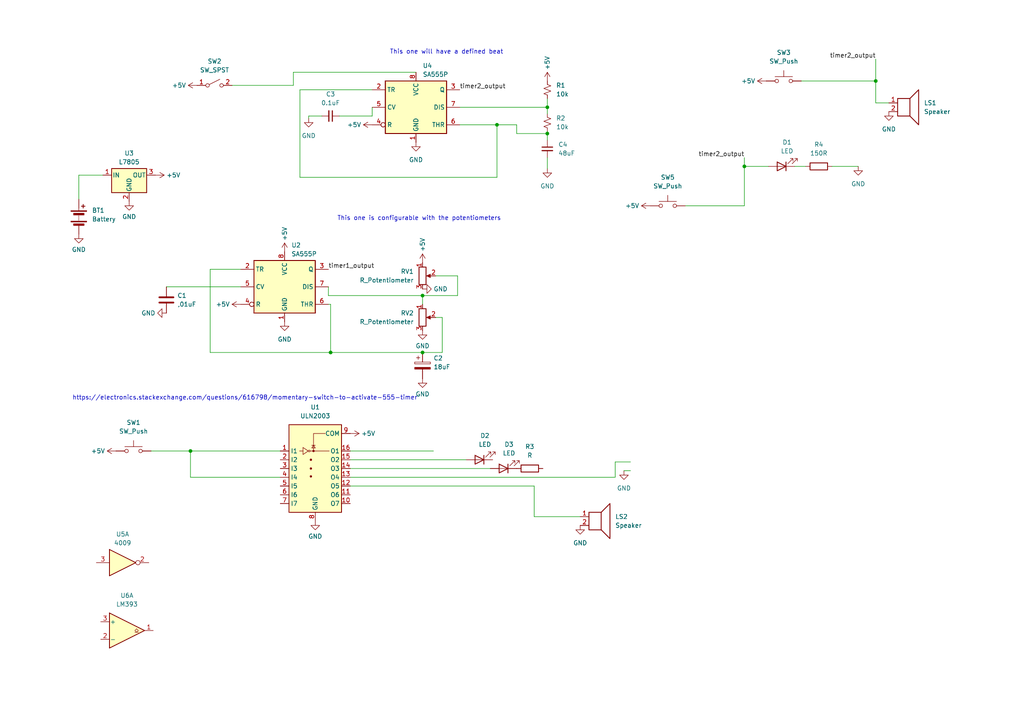
<source format=kicad_sch>
(kicad_sch (version 20230121) (generator eeschema)
  (paper "A4")
  (lib_symbols
    (symbol "4xxx:4009" (pin_names (offset 1.016))
      (property "Reference" "U" (at 0 1.27 0))
      (property "Value" "4009" (at 0 -1.27 0))
      (symbol "4009_1_0"
        (polyline (pts (xy -3.81 3.81) (xy -3.81 -3.81) (xy 3.81 0) (xy -3.81 3.81)) (stroke (width 0.254)) (fill (type background)))
        (pin output inverted (at 7.62 0 180) (length 3.81) (name "~") (number "2"))
        (pin input line (at -7.62 0 0) (length 3.81) (name "~") (number "3"))
      )
      (symbol "4009_2_0"
        (polyline (pts (xy -3.81 3.81) (xy -3.81 -3.81) (xy 3.81 0) (xy -3.81 3.81)) (stroke (width 0.254)) (fill (type background)))
        (pin output inverted (at 7.62 0 180) (length 3.81) (name "~") (number "4"))
        (pin input line (at -7.62 0 0) (length 3.81) (name "~") (number "5"))
      )
      (symbol "4009_3_0"
        (polyline (pts (xy -3.81 3.81) (xy -3.81 -3.81) (xy 3.81 0) (xy -3.81 3.81)) (stroke (width 0.254)) (fill (type background)))
        (pin output inverted (at 7.62 0 180) (length 3.81) (name "~") (number "6"))
        (pin input line (at -7.62 0 0) (length 3.81) (name "~") (number "7"))
      )
      (symbol "4009_4_0"
        (polyline (pts (xy -3.81 3.81) (xy -3.81 -3.81) (xy 3.81 0) (xy -3.81 3.81)) (stroke (width 0.254)) (fill (type background)))
        (pin output inverted (at 7.62 0 180) (length 3.81) (name "~") (number "10"))
        (pin input line (at -7.62 0 0) (length 3.81) (name "~") (number "9"))
      )
      (symbol "4009_5_0"
        (polyline (pts (xy -3.81 3.81) (xy -3.81 -3.81) (xy 3.81 0) (xy -3.81 3.81)) (stroke (width 0.254)) (fill (type background)))
        (pin input line (at -7.62 0 0) (length 3.81) (name "~") (number "11"))
        (pin output inverted (at 7.62 0 180) (length 3.81) (name "~") (number "12"))
      )
      (symbol "4009_6_0"
        (polyline (pts (xy -3.81 3.81) (xy -3.81 -3.81) (xy 3.81 0) (xy -3.81 3.81)) (stroke (width 0.254)) (fill (type background)))
        (pin input line (at -7.62 0 0) (length 3.81) (name "~") (number "14"))
        (pin output inverted (at 7.62 0 180) (length 3.81) (name "~") (number "15"))
      )
      (symbol "4009_7_0"
        (pin power_in line (at 2.54 12.7 270) (length 5.08) (name "VCC") (number "1"))
        (pin power_in line (at -2.54 12.7 270) (length 5.08) (name "VDD") (number "16"))
        (pin power_in line (at 0 -12.7 90) (length 5.08) (name "VSS") (number "8"))
      )
      (symbol "4009_7_1"
        (rectangle (start -5.08 7.62) (end 5.08 -7.62) (stroke (width 0.254)) (fill (type background)))
      )
    )
    (symbol "Comparator:LM393" (pin_names (offset 0.127))
      (property "Reference" "U" (at 3.81 3.81 0))
      (property "Value" "LM393" (at 6.35 -3.81 0))
      (symbol "LM393_1_1"
        (polyline (pts (xy -5.08 5.08) (xy 5.08 0) (xy -5.08 -5.08) (xy -5.08 5.08)) (stroke (width 0.254)) (fill (type background)))
        (polyline (pts (xy 3.302 -0.508) (xy 2.794 -0.508) (xy 3.302 0) (xy 2.794 0.508) (xy 2.286 0) (xy 2.794 -0.508) (xy 2.286 -0.508)) (stroke (width 0.127)))
        (pin open_collector line (at 7.62 0 180) (length 2.54) (name "~") (number "1"))
        (pin input line (at -7.62 -2.54 0) (length 2.54) (name "-") (number "2"))
        (pin input line (at -7.62 2.54 0) (length 2.54) (name "+") (number "3"))
      )
      (symbol "LM393_2_1"
        (polyline (pts (xy -5.08 5.08) (xy 5.08 0) (xy -5.08 -5.08) (xy -5.08 5.08)) (stroke (width 0.254)) (fill (type background)))
        (polyline (pts (xy 3.302 -0.508) (xy 2.794 -0.508) (xy 3.302 0) (xy 2.794 0.508) (xy 2.286 0) (xy 2.794 -0.508) (xy 2.286 -0.508)) (stroke (width 0.127)))
        (pin input line (at -7.62 2.54 0) (length 2.54) (name "+") (number "5"))
        (pin input line (at -7.62 -2.54 0) (length 2.54) (name "-") (number "6"))
        (pin open_collector line (at 7.62 0 180) (length 2.54) (name "~") (number "7"))
      )
      (symbol "LM393_3_1"
        (pin power_in line (at -2.54 -7.62 90) (length 3.81) (name "V-") (number "4"))
        (pin power_in line (at -2.54 7.62 270) (length 3.81) (name "V+") (number "8"))
      )
    )
    (symbol "Device:Battery" (pin_numbers hide) (pin_names (offset 0) hide)
      (property "Reference" "BT" (at 2.54 2.54 0))
      (property "Value" "Battery" (at 2.54 0 0))
      (symbol "Battery_0_1"
        (rectangle (start -2.286 -1.27) (end 2.286 -1.524) (fill (type outline)))
        (rectangle (start -2.286 1.778) (end 2.286 1.524) (fill (type outline)))
        (rectangle (start -1.524 -2.032) (end 1.524 -2.54) (fill (type outline)))
        (rectangle (start -1.524 1.016) (end 1.524 0.508) (fill (type outline)))
        (polyline (pts (xy 0 -1.016) (xy 0 -0.762)))
        (polyline (pts (xy 0 -0.508) (xy 0 -0.254)))
        (polyline (pts (xy 0 0) (xy 0 0.254)))
        (polyline (pts (xy 0 1.778) (xy 0 2.54)))
        (polyline (pts (xy 0.762 3.048) (xy 1.778 3.048)) (stroke (width 0.254)))
        (polyline (pts (xy 1.27 3.556) (xy 1.27 2.54)) (stroke (width 0.254)))
      )
      (symbol "Battery_1_1"
        (pin passive line (at 0 5.08 270) (length 2.54) (name "+") (number "1"))
        (pin passive line (at 0 -5.08 90) (length 2.54) (name "-") (number "2"))
      )
    )
    (symbol "Device:C" (pin_numbers hide) (pin_names (offset 0.254))
      (property "Reference" "C" (at 0.635 2.54 0))
      (property "Value" "C" (at 0.635 -2.54 0))
      (symbol "C_0_1"
        (polyline (pts (xy -2.032 -0.762) (xy 2.032 -0.762)) (stroke (width 0.508)))
        (polyline (pts (xy -2.032 0.762) (xy 2.032 0.762)) (stroke (width 0.508)))
      )
      (symbol "C_1_1"
        (pin passive line (at 0 3.81 270) (length 2.794) (name "~") (number "1"))
        (pin passive line (at 0 -3.81 90) (length 2.794) (name "~") (number "2"))
      )
    )
    (symbol "Device:C_Polarized" (pin_numbers hide) (pin_names (offset 0.254))
      (property "Reference" "C" (at 0.635 2.54 0))
      (property "Value" "C_Polarized" (at 0.635 -2.54 0))
      (symbol "C_Polarized_0_1"
        (rectangle (start -2.286 0.508) (end 2.286 1.016))
        (polyline (pts (xy -1.778 2.286) (xy -0.762 2.286)))
        (polyline (pts (xy -1.27 2.794) (xy -1.27 1.778)))
        (rectangle (start 2.286 -0.508) (end -2.286 -1.016) (fill (type outline)))
      )
      (symbol "C_Polarized_1_1"
        (pin passive line (at 0 3.81 270) (length 2.794) (name "~") (number "1"))
        (pin passive line (at 0 -3.81 90) (length 2.794) (name "~") (number "2"))
      )
    )
    (symbol "Device:C_Small" (pin_numbers hide) (pin_names (offset 0.254) hide)
      (property "Reference" "C" (at 0.254 1.778 0))
      (property "Value" "C_Small" (at 0.254 -2.032 0))
      (symbol "C_Small_0_1"
        (polyline (pts (xy -1.524 -0.508) (xy 1.524 -0.508)) (stroke (width 0.3302)))
        (polyline (pts (xy -1.524 0.508) (xy 1.524 0.508)) (stroke (width 0.3048)))
      )
      (symbol "C_Small_1_1"
        (pin passive line (at 0 2.54 270) (length 2.032) (name "~") (number "1"))
        (pin passive line (at 0 -2.54 90) (length 2.032) (name "~") (number "2"))
      )
    )
    (symbol "Device:LED" (pin_numbers hide) (pin_names (offset 1.016) hide)
      (property "Reference" "D" (at 0 2.54 0))
      (property "Value" "LED" (at 0 -2.54 0))
      (symbol "LED_0_1"
        (polyline (pts (xy -1.27 -1.27) (xy -1.27 1.27)) (stroke (width 0.254)))
        (polyline (pts (xy -1.27 0) (xy 1.27 0)))
        (polyline (pts (xy 1.27 -1.27) (xy 1.27 1.27) (xy -1.27 0) (xy 1.27 -1.27)) (stroke (width 0.254)))
        (polyline (pts (xy -3.048 -0.762) (xy -4.572 -2.286) (xy -3.81 -2.286) (xy -4.572 -2.286) (xy -4.572 -1.524)))
        (polyline (pts (xy -1.778 -0.762) (xy -3.302 -2.286) (xy -2.54 -2.286) (xy -3.302 -2.286) (xy -3.302 -1.524)))
      )
      (symbol "LED_1_1"
        (pin passive line (at -3.81 0 0) (length 2.54) (name "K") (number "1"))
        (pin passive line (at 3.81 0 180) (length 2.54) (name "A") (number "2"))
      )
    )
    (symbol "Device:R" (pin_numbers hide) (pin_names (offset 0))
      (property "Reference" "R" (at 2.032 0 90))
      (property "Value" "R" (at 0 0 90))
      (symbol "R_0_1"
        (rectangle (start -1.016 -2.54) (end 1.016 2.54) (stroke (width 0.254)))
      )
      (symbol "R_1_1"
        (pin passive line (at 0 3.81 270) (length 1.27) (name "~") (number "1"))
        (pin passive line (at 0 -3.81 90) (length 1.27) (name "~") (number "2"))
      )
    )
    (symbol "Device:R_Potentiometer" (pin_names (offset 1.016) hide)
      (property "Reference" "RV" (at -4.445 0 90))
      (property "Value" "R_Potentiometer" (at -2.54 0 90))
      (symbol "R_Potentiometer_0_1"
        (polyline (pts (xy 2.54 0) (xy 1.524 0)))
        (polyline (pts (xy 1.143 0) (xy 2.286 0.508) (xy 2.286 -0.508) (xy 1.143 0)) (fill (type outline)))
        (rectangle (start 1.016 2.54) (end -1.016 -2.54) (stroke (width 0.254)))
      )
      (symbol "R_Potentiometer_1_1"
        (pin passive line (at 0 3.81 270) (length 1.27) (name "1") (number "1"))
        (pin passive line (at 3.81 0 180) (length 1.27) (name "2") (number "2"))
        (pin passive line (at 0 -3.81 90) (length 1.27) (name "3") (number "3"))
      )
    )
    (symbol "Device:R_Small_US" (pin_numbers hide) (pin_names (offset 0.254) hide)
      (property "Reference" "R" (at 0.762 0.508 0))
      (property "Value" "R_Small_US" (at 0.762 -1.016 0))
      (symbol "R_Small_US_1_1"
        (polyline (pts (xy 0 0) (xy 1.016 -0.381) (xy 0 -0.762) (xy -1.016 -1.143) (xy 0 -1.524)))
        (polyline (pts (xy 0 1.524) (xy 1.016 1.143) (xy 0 0.762) (xy -1.016 0.381) (xy 0 0)))
        (pin passive line (at 0 2.54 270) (length 1.016) (name "~") (number "1"))
        (pin passive line (at 0 -2.54 90) (length 1.016) (name "~") (number "2"))
      )
    )
    (symbol "Device:Speaker" (pin_names (offset 0) hide)
      (property "Reference" "LS" (at 1.27 5.715 0))
      (property "Value" "Speaker" (at 1.27 3.81 0))
      (symbol "Speaker_0_0"
        (rectangle (start -2.54 1.27) (end 1.016 -3.81) (stroke (width 0.254)))
        (polyline (pts (xy 1.016 1.27) (xy 3.556 3.81) (xy 3.556 -6.35) (xy 1.016 -3.81)) (stroke (width 0.254)))
      )
      (symbol "Speaker_1_1"
        (pin input line (at -5.08 0 0) (length 2.54) (name "1") (number "1"))
        (pin input line (at -5.08 -2.54 0) (length 2.54) (name "2") (number "2"))
      )
    )
    (symbol "Regulator_Linear:L7805" (pin_names (offset 0.254))
      (property "Reference" "U" (at -3.81 3.175 0))
      (property "Value" "L7805" (at 0 3.175 0))
      (symbol "L7805_0_1"
        (rectangle (start -5.08 1.905) (end 5.08 -5.08) (stroke (width 0.254)) (fill (type background)))
      )
      (symbol "L7805_1_1"
        (pin power_in line (at -7.62 0 0) (length 2.54) (name "IN") (number "1"))
        (pin power_in line (at 0 -7.62 90) (length 2.54) (name "GND") (number "2"))
        (pin power_out line (at 7.62 0 180) (length 2.54) (name "OUT") (number "3"))
      )
    )
    (symbol "Switch:SW_Push" (pin_numbers hide) (pin_names (offset 1.016) hide)
      (property "Reference" "SW" (at 1.27 2.54 0))
      (property "Value" "SW_Push" (at 0 -1.524 0))
      (symbol "SW_Push_0_1"
        (circle (center -2.032 0) (radius 0.508))
        (polyline (pts (xy 0 1.27) (xy 0 3.048)))
        (polyline (pts (xy 2.54 1.27) (xy -2.54 1.27)))
        (circle (center 2.032 0) (radius 0.508))
        (pin passive line (at -5.08 0 0) (length 2.54) (name "1") (number "1"))
        (pin passive line (at 5.08 0 180) (length 2.54) (name "2") (number "2"))
      )
    )
    (symbol "Switch:SW_SPST" (pin_names (offset 0) hide)
      (property "Reference" "SW" (at 0 3.175 0))
      (property "Value" "SW_SPST" (at 0 -2.54 0))
      (symbol "SW_SPST_0_0"
        (circle (center -2.032 0) (radius 0.508))
        (polyline (pts (xy -1.524 0.254) (xy 1.524 1.778)))
        (circle (center 2.032 0) (radius 0.508))
      )
      (symbol "SW_SPST_1_1"
        (pin passive line (at -5.08 0 0) (length 2.54) (name "A") (number "1"))
        (pin passive line (at 5.08 0 180) (length 2.54) (name "B") (number "2"))
      )
    )
    (symbol "Timer:SA555P"
      (property "Reference" "U" (at -10.16 8.89 0))
      (property "Value" "SA555P" (at 2.54 8.89 0))
      (symbol "SA555P_0_0"
        (pin power_in line (at 0 -10.16 90) (length 2.54) (name "GND") (number "1"))
        (pin power_in line (at 0 10.16 270) (length 2.54) (name "VCC") (number "8"))
      )
      (symbol "SA555P_0_1"
        (rectangle (start -8.89 -7.62) (end 8.89 7.62) (stroke (width 0.254)) (fill (type background)))
        (rectangle (start -8.89 -7.62) (end 8.89 7.62) (stroke (width 0.254)) (fill (type background)))
      )
      (symbol "SA555P_1_1"
        (pin input line (at -12.7 5.08 0) (length 3.81) (name "TR") (number "2"))
        (pin output line (at 12.7 5.08 180) (length 3.81) (name "Q") (number "3"))
        (pin input inverted (at -12.7 -5.08 0) (length 3.81) (name "R") (number "4"))
        (pin input line (at -12.7 0 0) (length 3.81) (name "CV") (number "5"))
        (pin input line (at 12.7 -5.08 180) (length 3.81) (name "THR") (number "6"))
        (pin input line (at 12.7 0 180) (length 3.81) (name "DIS") (number "7"))
      )
    )
    (symbol "Transistor_Array:ULN2003"
      (property "Reference" "U" (at 0 15.875 0))
      (property "Value" "ULN2003" (at 0 13.97 0))
      (symbol "ULN2003_0_1"
        (rectangle (start -7.62 -12.7) (end 7.62 12.7) (stroke (width 0.254)) (fill (type background)))
        (circle (center -1.778 5.08) (radius 0.254))
        (circle (center -1.27 -2.286) (radius 0.254) (fill (type outline)))
        (circle (center -1.27 0) (radius 0.254) (fill (type outline)))
        (circle (center -1.27 2.54) (radius 0.254) (fill (type outline)))
        (circle (center -0.508 5.08) (radius 0.254) (fill (type outline)))
        (polyline (pts (xy -4.572 5.08) (xy -3.556 5.08)))
        (polyline (pts (xy -1.524 5.08) (xy 4.064 5.08)))
        (polyline (pts (xy 0 6.731) (xy -1.016 6.731)))
        (polyline (pts (xy -0.508 5.08) (xy -0.508 10.16) (xy 2.921 10.16)))
        (polyline (pts (xy -3.556 6.096) (xy -3.556 4.064) (xy -2.032 5.08) (xy -3.556 6.096)))
        (polyline (pts (xy 0 5.969) (xy -1.016 5.969) (xy -0.508 6.731) (xy 0 5.969)))
      )
      (symbol "ULN2003_1_1"
        (pin input line (at -10.16 5.08 0) (length 2.54) (name "I1") (number "1"))
        (pin open_collector line (at 10.16 -10.16 180) (length 2.54) (name "O7") (number "10"))
        (pin open_collector line (at 10.16 -7.62 180) (length 2.54) (name "O6") (number "11"))
        (pin open_collector line (at 10.16 -5.08 180) (length 2.54) (name "O5") (number "12"))
        (pin open_collector line (at 10.16 -2.54 180) (length 2.54) (name "O4") (number "13"))
        (pin open_collector line (at 10.16 0 180) (length 2.54) (name "O3") (number "14"))
        (pin open_collector line (at 10.16 2.54 180) (length 2.54) (name "O2") (number "15"))
        (pin open_collector line (at 10.16 5.08 180) (length 2.54) (name "O1") (number "16"))
        (pin input line (at -10.16 2.54 0) (length 2.54) (name "I2") (number "2"))
        (pin input line (at -10.16 0 0) (length 2.54) (name "I3") (number "3"))
        (pin input line (at -10.16 -2.54 0) (length 2.54) (name "I4") (number "4"))
        (pin input line (at -10.16 -5.08 0) (length 2.54) (name "I5") (number "5"))
        (pin input line (at -10.16 -7.62 0) (length 2.54) (name "I6") (number "6"))
        (pin input line (at -10.16 -10.16 0) (length 2.54) (name "I7") (number "7"))
        (pin power_in line (at 0 -15.24 90) (length 2.54) (name "GND") (number "8"))
        (pin passive line (at 10.16 10.16 180) (length 2.54) (name "COM") (number "9"))
      )
    )
    (symbol "power:+5V" (power) (pin_names (offset 0))
      (property "Value" "+5V" (at 0 3.556 0))
      (symbol "+5V_0_1"
        (polyline (pts (xy -0.762 1.27) (xy 0 2.54)))
        (polyline (pts (xy 0 0) (xy 0 2.54)))
        (polyline (pts (xy 0 2.54) (xy 0.762 1.27)))
      )
      (symbol "+5V_1_1"
        (pin power_in line (at 0 0 90) (length 0) hide (name "+5V") (number "1"))
      )
    )
    (symbol "power:GND" (power) (pin_names (offset 0))
      (property "Value" "GND" (at 0 -3.81 0))
      (symbol "GND_0_1"
        (polyline (pts (xy 0 0) (xy 0 -1.27) (xy 1.27 -1.27) (xy 0 -2.54) (xy -1.27 -1.27) (xy 0 -1.27)))
      )
      (symbol "GND_1_1"
        (pin power_in line (at 0 0 270) (length 0) hide (name "GND") (number "1"))
      )
    )
  )
  (junction (at 158.75 38.735))
  (junction (at 122.555 102.235))
  (junction (at 144.145 36.195))
  (junction (at 254 23.495))
  (junction (at 55.245 130.81))
  (junction (at 215.9 48.26))
  (junction (at 158.75 31.115))
  (junction (at 95.885 102.235))
  (junction (at 122.555 85.725))
  (wire (pts (xy 133.35 31.115) (xy 158.75 31.115)))
  (wire (pts (xy 89.535 33.655) (xy 89.535 34.29)))
  (wire (pts (xy 101.6 130.81) (xy 125.73 130.81)))
  (wire (pts (xy 154.94 149.86) (xy 168.275 149.86)))
  (wire (pts (xy 98.425 33.655) (xy 107.95 33.655)))
  (wire (pts (xy 182.88 136.525) (xy 180.975 136.525)))
  (wire (pts (xy 178.435 138.43) (xy 178.435 133.985)))
  (wire (pts (xy 101.6 140.97) (xy 154.94 140.97)))
  (wire (pts (xy 158.75 31.115) (xy 158.75 33.02)))
  (wire (pts (xy 178.435 133.985) (xy 182.88 133.985)))
  (wire (pts (xy 85.09 20.955) (xy 120.65 20.955)))
  (wire (pts (xy 158.75 28.575) (xy 158.75 31.115)))
  (wire (pts (xy 133.35 36.195) (xy 144.145 36.195)))
  (wire (pts (xy 101.6 138.43) (xy 178.435 138.43)))
  (wire (pts (xy 107.95 33.655) (xy 107.95 31.115)))
  (wire (pts (xy 241.3 48.26) (xy 248.92 48.26)))
  (wire (pts (xy 69.85 78.105) (xy 60.96 78.105)))
  (wire (pts (xy 154.94 140.97) (xy 154.94 149.86)))
  (wire (pts (xy 122.555 102.235) (xy 128.27 102.235)))
  (wire (pts (xy 89.535 33.655) (xy 93.345 33.655)))
  (wire (pts (xy 128.27 92.075) (xy 126.365 92.075)))
  (wire (pts (xy 55.245 130.81) (xy 55.245 138.43)))
  (wire (pts (xy 158.75 45.72) (xy 158.75 48.895)))
  (wire (pts (xy 215.9 45.72) (xy 215.9 48.26)))
  (wire (pts (xy 95.885 88.265) (xy 95.885 102.235)))
  (wire (pts (xy 95.25 88.265) (xy 95.885 88.265)))
  (wire (pts (xy 22.86 57.785) (xy 22.86 50.8)))
  (wire (pts (xy 86.995 26.035) (xy 86.995 51.435)))
  (wire (pts (xy 215.9 59.69) (xy 215.9 48.26)))
  (wire (pts (xy 215.9 48.26) (xy 222.885 48.26)))
  (wire (pts (xy 230.505 48.26) (xy 233.68 48.26)))
  (wire (pts (xy 254 17.145) (xy 254 23.495)))
  (wire (pts (xy 22.86 50.8) (xy 29.845 50.8)))
  (wire (pts (xy 101.6 135.89) (xy 142.24 135.89)))
  (wire (pts (xy 132.715 85.725) (xy 132.715 80.01)))
  (wire (pts (xy 55.245 138.43) (xy 81.28 138.43)))
  (wire (pts (xy 101.6 133.35) (xy 135.255 133.35)))
  (wire (pts (xy 254 23.495) (xy 254 29.845)))
  (wire (pts (xy 122.555 85.725) (xy 122.555 88.265)))
  (wire (pts (xy 198.755 59.69) (xy 215.9 59.69)))
  (wire (pts (xy 60.96 78.105) (xy 60.96 102.235)))
  (wire (pts (xy 144.145 36.195) (xy 149.86 36.195)))
  (wire (pts (xy 86.995 51.435) (xy 144.145 51.435)))
  (wire (pts (xy 43.815 130.81) (xy 55.245 130.81)))
  (wire (pts (xy 132.715 80.01) (xy 126.365 80.01)))
  (wire (pts (xy 86.995 26.035) (xy 107.95 26.035)))
  (wire (pts (xy 67.31 24.765) (xy 85.09 24.765)))
  (wire (pts (xy 144.145 51.435) (xy 144.145 36.195)))
  (wire (pts (xy 122.555 85.725) (xy 132.715 85.725)))
  (wire (pts (xy 128.27 102.235) (xy 128.27 92.075)))
  (wire (pts (xy 254 29.845) (xy 257.81 29.845)))
  (wire (pts (xy 149.86 38.735) (xy 158.75 38.735)))
  (wire (pts (xy 149.86 36.195) (xy 149.86 38.735)))
  (wire (pts (xy 158.75 38.735) (xy 158.75 40.64)))
  (wire (pts (xy 81.28 130.81) (xy 55.245 130.81)))
  (wire (pts (xy 95.25 85.725) (xy 95.25 83.185)))
  (wire (pts (xy 158.75 38.1) (xy 158.75 38.735)))
  (wire (pts (xy 48.26 83.185) (xy 69.85 83.185)))
  (wire (pts (xy 95.885 102.235) (xy 122.555 102.235)))
  (wire (pts (xy 60.96 102.235) (xy 95.885 102.235)))
  (wire (pts (xy 85.09 24.765) (xy 85.09 20.955)))
  (wire (pts (xy 232.41 23.495) (xy 254 23.495)))
  (wire (pts (xy 95.25 85.725) (xy 122.555 85.725)))
  (text "https://electronics.stackexchange.com/questions/616798/momentary-switch-to-activate-555-timer" (at 20.955 116.205 0) (effects (font (size 1.27 1.27)) (justify left bottom)))
  (text "This one will have a defined beat" (at 113.03 15.875 0) (effects (font (size 1.27 1.27)) (justify left bottom)))
  (text "This one is configurable with the potentiometers" (at 97.79 64.135 0) (effects (font (size 1.27 1.27)) (justify left bottom)))
  (label "timer2_output" (at 254 17.145 180))
  (label "timer2_output" (at 215.9 45.72 180))
  (label "timer1_output" (at 95.25 78.105 0))
  (label "timer2_output" (at 133.35 26.035 0))
  (symbol (lib_id "power:+5V") (at 222.25 23.495 90) (unit 1)
    (property "Reference" "#PWR018" (effects hide))
    (property "Value" "+5V" (at 219.075 23.495 90) (effects (justify left)))
  )
  (symbol (lib_id "Switch:SW_SPST") (at 62.23 24.765 0) (unit 1)
    (property "Reference" "SW2" (at 62.23 17.78 0))
    (property "Value" "SW_SPST" (at 62.23 20.32 0))
  )
  (symbol (lib_id "power:GND") (at 122.555 83.82 90) (unit 1)
    (property "Reference" "#PWR013" (effects hide))
    (property "Value" "GND" (at 125.73 83.82 90) (effects (justify right)))
  )
  (symbol (lib_id "power:GND") (at 168.275 152.4 0) (unit 1)
    (property "Reference" "#PWR019" (effects hide))
    (property "Value" "GND" (at 168.275 157.48 0))
  )
  (symbol (lib_id "Switch:SW_Push") (at 227.33 23.495 0) (unit 1)
    (property "Reference" "SW3" (at 227.33 15.24 0))
    (property "Value" "SW_Push" (at 227.33 17.78 0))
  )
  (symbol (lib_id "Regulator_Linear:L7805") (at 37.465 50.8 0) (unit 1)
    (property "Reference" "U3" (at 37.465 44.45 0))
    (property "Value" "L7805" (at 37.465 46.99 0))
    (property "Datasheet" "http://www.st.com/content/ccc/resource/technical/document/datasheet/41/4f/b3/b0/12/d4/47/88/CD00000444.pdf/files/CD00000444.pdf/jcr:content/translations/en.CD00000444.pdf" (effects hide))
  )
  (symbol (lib_id "Transistor_Array:ULN2003") (at 91.44 135.89 0) (unit 1)
    (property "Reference" "U1" (at 91.44 118.11 0))
    (property "Value" "ULN2003" (at 91.44 120.65 0))
    (property "Footprint" "Package_DIP:DIP-16_W7.62mm" (effects hide))
    (property "Datasheet" "http://www.ti.com/lit/ds/symlink/uln2003a.pdf" (effects hide))
  )
  (symbol (lib_id "Switch:SW_Push") (at 38.735 130.81 0) (unit 1)
    (property "Reference" "SW1" (at 38.735 122.555 0))
    (property "Value" "SW_Push" (at 38.735 125.095 0))
  )
  (symbol (lib_id "Device:C_Polarized") (at 122.555 106.045 0) (unit 1)
    (property "Reference" "C2" (at 125.73 103.886 0) (effects (justify left)))
    (property "Value" "18uF" (at 125.73 106.426 0) (effects (justify left)))
  )
  (symbol (lib_id "power:+5V") (at 107.95 36.195 90) (unit 1)
    (property "Reference" "#PWR017" (effects hide))
    (property "Value" "+5V" (at 104.775 36.195 90) (effects (justify left)))
  )
  (symbol (lib_id "power:GND") (at 257.81 32.385 0) (unit 1)
    (property "Reference" "#PWR024" (effects hide))
    (property "Value" "GND" (at 257.81 37.465 0))
  )
  (symbol (lib_id "power:GND") (at 122.555 109.855 0) (unit 1)
    (property "Reference" "#PWR014" (effects hide))
    (property "Value" "GND" (at 122.555 114.3 0))
  )
  (symbol (lib_id "Timer:SA555P") (at 82.55 83.185 0) (unit 1)
    (property "Reference" "U2" (at 84.5059 71.12 0) (effects (justify left)))
    (property "Value" "SA555P" (at 84.5059 73.66 0) (effects (justify left)))
    (property "Footprint" "Package_DIP:DIP-8_W7.62mm" (effects hide))
    (property "Datasheet" "http://www.ti.com/lit/ds/symlink/ne555.pdf" (effects hide))
  )
  (symbol (lib_id "power:GND") (at 91.44 151.13 0) (unit 1)
    (property "Reference" "#PWR04" (effects hide))
    (property "Value" "GND" (at 91.44 155.575 0))
  )
  (symbol (lib_id "power:+5V") (at 33.655 130.81 90) (unit 1)
    (property "Reference" "#PWR015" (effects hide))
    (property "Value" "+5V" (at 30.48 130.81 90) (effects (justify left)))
  )
  (symbol (lib_id "power:+5V") (at 188.595 59.69 90) (unit 1)
    (property "Reference" "#PWR026" (effects hide))
    (property "Value" "+5V" (at 185.42 59.69 90) (effects (justify left)))
  )
  (symbol (lib_id "power:GND") (at 122.555 95.885 0) (unit 1)
    (property "Reference" "#PWR09" (effects hide))
    (property "Value" "GND" (at 122.555 100.33 0))
  )
  (symbol (lib_id "power:+5V") (at 82.55 73.025 0) (unit 1)
    (property "Reference" "#PWR07" (effects hide))
    (property "Value" "+5V" (at 82.55 69.85 90) (effects (justify left)))
  )
  (symbol (lib_id "power:GND") (at 158.75 48.895 0) (unit 1)
    (property "Reference" "#PWR020" (effects hide))
    (property "Value" "GND" (at 158.75 53.975 0))
  )
  (symbol (lib_id "power:GND") (at 48.26 90.805 270) (unit 1)
    (property "Reference" "#PWR011" (effects hide))
    (property "Value" "GND" (at 45.085 90.805 90) (effects (justify right)))
  )
  (symbol (lib_id "Device:Battery") (at 22.86 62.865 0) (unit 1)
    (property "Reference" "BT1" (at 26.67 61.0235 0) (effects (justify left)))
    (property "Value" "Battery" (at 26.67 63.5635 0) (effects (justify left)))
  )
  (symbol (lib_id "Device:C_Small") (at 158.75 43.18 0) (unit 1)
    (property "Reference" "C4" (at 161.925 41.9163 0) (effects (justify left)))
    (property "Value" "48uF" (at 161.925 44.4563 0) (effects (justify left)))
  )
  (symbol (lib_id "power:+5V") (at 122.555 76.2 0) (unit 1)
    (property "Reference" "#PWR012" (effects hide))
    (property "Value" "+5V" (at 122.555 73.025 90) (effects (justify left)))
  )
  (symbol (lib_id "Device:R") (at 153.67 135.89 90) (unit 1)
    (property "Reference" "R3" (at 153.67 129.54 90))
    (property "Value" "R" (at 153.67 132.08 90))
  )
  (symbol (lib_id "Device:R") (at 237.49 48.26 90) (unit 1)
    (property "Reference" "R4" (at 237.49 41.91 90))
    (property "Value" "150R" (at 237.49 44.45 90))
  )
  (symbol (lib_id "Device:C_Small") (at 95.885 33.655 270) (unit 1)
    (property "Reference" "C3" (at 95.8786 27.305 90))
    (property "Value" "0.1uF" (at 95.8786 29.845 90))
  )
  (symbol (lib_id "Device:R_Potentiometer") (at 122.555 80.01 0) (unit 1)
    (property "Reference" "RV1" (at 120.015 78.74 0) (effects (justify right)))
    (property "Value" "R_Potentiometer" (at 120.015 81.28 0) (effects (justify right)))
    (property "Footprint" "Potentiometer_THT:Potentiometer_Alps_RK09Y11_Single_Horizontal" (effects hide))
  )
  (symbol (lib_id "power:+5V") (at 45.085 50.8 270) (unit 1)
    (property "Reference" "#PWR05" (effects hide))
    (property "Value" "+5V" (at 48.26 50.8 90) (effects (justify left)))
  )
  (symbol (lib_id "power:+5V") (at 57.15 24.765 90) (unit 1)
    (property "Reference" "#PWR025" (effects hide))
    (property "Value" "+5V" (at 53.975 24.765 90) (effects (justify left)))
  )
  (symbol (lib_id "power:GND") (at 22.86 67.945 0) (unit 1)
    (property "Reference" "#PWR02" (effects hide))
    (property "Value" "GND" (at 22.86 72.39 0))
  )
  (symbol (lib_id "power:GND") (at 37.465 58.42 0) (unit 1)
    (property "Reference" "#PWR03" (effects hide))
    (property "Value" "GND" (at 37.465 62.865 0))
  )
  (symbol (lib_id "Device:Speaker") (at 262.89 29.845 0) (unit 1)
    (property "Reference" "LS1" (at 267.97 29.845 0) (effects (justify left)))
    (property "Value" "Speaker" (at 267.97 32.385 0) (effects (justify left)))
  )
  (symbol (lib_id "Switch:SW_Push") (at 193.675 59.69 0) (unit 1)
    (property "Reference" "SW5" (at 193.675 51.435 0))
    (property "Value" "SW_Push" (at 193.675 53.975 0))
  )
  (symbol (lib_id "power:GND") (at 248.92 48.26 0) (unit 1)
    (property "Reference" "#PWR023" (effects hide))
    (property "Value" "GND" (at 248.92 53.34 0))
  )
  (symbol (lib_id "Device:C") (at 48.26 86.995 0) (unit 1)
    (property "Reference" "C1" (at 51.435 85.725 0) (effects (justify left)))
    (property "Value" ",01uF" (at 51.435 88.265 0) (effects (justify left)))
  )
  (symbol (lib_id "power:+5V") (at 101.6 125.73 270) (unit 1)
    (property "Reference" "#PWR06" (effects hide))
    (property "Value" "+5V" (at 104.775 125.73 90) (effects (justify left)))
  )
  (symbol (lib_id "4xxx:4009") (at 35.56 163.195 0) (unit 1)
    (property "Reference" "U5" (at 35.56 154.94 0))
    (property "Value" "4009" (at 35.56 157.48 0))
    (property "Datasheet" "http://www.sycelectronica.com.ar/semiconductores/CD4009.pdf" (effects hide))
  )
  (symbol (lib_id "Device:LED") (at 139.065 133.35 180) (unit 1)
    (property "Reference" "D2" (at 140.6525 126.365 0))
    (property "Value" "LED" (at 140.6525 128.905 0))
  )
  (symbol (lib_id "Timer:SA555P") (at 120.65 31.115 0) (unit 1)
    (property "Reference" "U4" (at 122.6059 19.05 0) (effects (justify left)))
    (property "Value" "SA555P" (at 122.6059 21.59 0) (effects (justify left)))
    (property "Footprint" "Package_DIP:DIP-8_W7.62mm" (effects hide))
    (property "Datasheet" "http://www.ti.com/lit/ds/symlink/ne555.pdf" (effects hide))
  )
  (symbol (lib_id "Device:R_Potentiometer") (at 122.555 92.075 0) (unit 1)
    (property "Reference" "RV2" (at 120.015 90.805 0) (effects (justify right)))
    (property "Value" "R_Potentiometer" (at 120.015 93.345 0) (effects (justify right)))
    (property "Footprint" "Potentiometer_THT:Potentiometer_Alps_RK09Y11_Single_Horizontal" (effects hide))
  )
  (symbol (lib_id "Comparator:LM393") (at 36.83 182.88 0) (unit 1)
    (property "Reference" "U6" (at 36.83 172.72 0))
    (property "Value" "LM393" (at 36.83 175.26 0))
    (property "Datasheet" "http://www.ti.com/lit/ds/symlink/lm393.pdf" (effects hide))
  )
  (symbol (lib_id "power:GND") (at 82.55 93.345 0) (unit 1)
    (property "Reference" "#PWR01" (effects hide))
    (property "Value" "GND" (at 82.55 98.425 0))
  )
  (symbol (lib_id "Device:LED") (at 226.695 48.26 180) (unit 1)
    (property "Reference" "D1" (at 228.2825 41.275 0))
    (property "Value" "LED" (at 228.2825 43.815 0))
  )
  (symbol (lib_id "power:+5V") (at 69.85 88.265 90) (unit 1)
    (property "Reference" "#PWR010" (effects hide))
    (property "Value" "+5V" (at 66.675 88.265 90) (effects (justify left)))
  )
  (symbol (lib_id "power:GND") (at 180.975 136.525 0) (unit 1)
    (property "Reference" "#PWR08" (effects hide))
    (property "Value" "GND" (at 180.975 141.605 0))
  )
  (symbol (lib_id "Device:R_Small_US") (at 158.75 26.035 0) (unit 1)
    (property "Reference" "R1" (at 161.29 24.765 0) (effects (justify left)))
    (property "Value" "10k " (at 161.29 27.305 0) (effects (justify left)))
  )
  (symbol (lib_id "power:GND") (at 89.535 34.29 0) (unit 1)
    (property "Reference" "#PWR021" (effects hide))
    (property "Value" "GND" (at 89.535 39.37 0))
  )
  (symbol (lib_id "Device:Speaker") (at 173.355 149.86 0) (unit 1)
    (property "Reference" "LS2" (at 178.435 149.86 0) (effects (justify left)))
    (property "Value" "Speaker" (at 178.435 152.4 0) (effects (justify left)))
  )
  (symbol (lib_id "Device:R_Small_US") (at 158.75 35.56 0) (unit 1)
    (property "Reference" "R2" (at 161.29 34.29 0) (effects (justify left)))
    (property "Value" "10k" (at 161.29 36.83 0) (effects (justify left)))
  )
  (symbol (lib_id "power:+5V") (at 158.75 23.495 0) (mirror y) (unit 1)
    (property "Reference" "#PWR022" (effects hide))
    (property "Value" "+5V" (at 158.75 20.32 90) (effects (justify left)))
  )
  (symbol (lib_id "power:GND") (at 120.65 41.275 0) (unit 1)
    (property "Reference" "#PWR016" (effects hide))
    (property "Value" "GND" (at 120.65 46.355 0))
  )
  (symbol (lib_id "Device:LED") (at 146.05 135.89 180) (unit 1)
    (property "Reference" "D3" (at 147.6375 128.905 0))
    (property "Value" "LED" (at 147.6375 131.445 0))
  )
)
</source>
